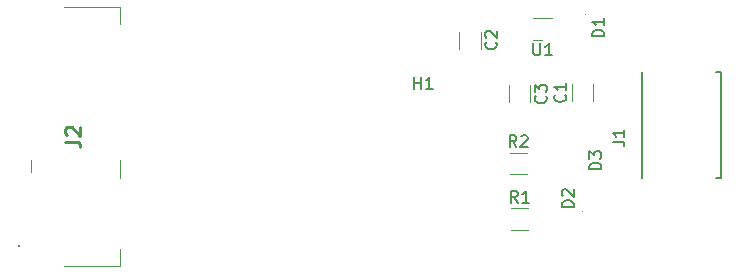
<source format=gbr>
%TF.GenerationSoftware,KiCad,Pcbnew,(5.1.10)-1*%
%TF.CreationDate,2021-11-29T10:36:54-06:00*%
%TF.ProjectId,m2-USBC-Adapter,6d322d55-5342-4432-9d41-646170746572,rev?*%
%TF.SameCoordinates,Original*%
%TF.FileFunction,Legend,Top*%
%TF.FilePolarity,Positive*%
%FSLAX46Y46*%
G04 Gerber Fmt 4.6, Leading zero omitted, Abs format (unit mm)*
G04 Created by KiCad (PCBNEW (5.1.10)-1) date 2021-11-29 10:36:54*
%MOMM*%
%LPD*%
G01*
G04 APERTURE LIST*
%ADD10C,0.120000*%
%ADD11C,0.100000*%
%ADD12C,0.200000*%
%ADD13C,0.150000*%
%ADD14C,0.254000*%
%ADD15R,0.500000X1.260000*%
%ADD16R,2.750000X1.200000*%
%ADD17R,1.550000X0.300000*%
%ADD18O,2.216000X1.108000*%
%ADD19C,0.650000*%
%ADD20C,5.000000*%
G04 APERTURE END LIST*
D10*
%TO.C,U1*%
X124250000Y-87310000D02*
X123450000Y-87310000D01*
X125050000Y-85490000D02*
X123450000Y-85490000D01*
%TO.C,R2*%
X121485436Y-96840000D02*
X122939564Y-96840000D01*
X121485436Y-98660000D02*
X122939564Y-98660000D01*
%TO.C,R1*%
X121585436Y-101540000D02*
X123039564Y-101540000D01*
X121585436Y-103360000D02*
X123039564Y-103360000D01*
D11*
%TO.C,J2*%
X79910000Y-104790000D02*
G75*
G02*
X79911000Y-104690000I500J50000D01*
G01*
X79910000Y-104690000D02*
G75*
G02*
X79911000Y-104790000I500J-50000D01*
G01*
X80935000Y-98490000D02*
X80935000Y-97490000D01*
X88485000Y-98990000D02*
X88485000Y-97490000D01*
X83710000Y-106440000D02*
X88485000Y-106440000D01*
X88485000Y-106440000D02*
X88485000Y-104990000D01*
X83710000Y-84540000D02*
X88485000Y-84540000D01*
X88485000Y-84540000D02*
X88485000Y-85990000D01*
X79911000Y-104790000D02*
X79911000Y-104790000D01*
X79911000Y-104690000D02*
X79911000Y-104690000D01*
D12*
%TO.C,J1*%
X132665000Y-98965000D02*
X132665000Y-90015000D01*
X138975000Y-98965000D02*
X139325000Y-98965000D01*
X139325000Y-98965000D02*
X139325000Y-90015000D01*
X139325000Y-90015000D02*
X138975000Y-90015000D01*
D11*
%TO.C,D3*%
X127650000Y-96445000D02*
G75*
G03*
X127650000Y-96445000I-50000J0D01*
G01*
%TO.C,D2*%
X127650000Y-101825000D02*
G75*
G03*
X127650000Y-101825000I-50000J0D01*
G01*
%TO.C,D1*%
X127900000Y-85175000D02*
G75*
G03*
X127900000Y-85175000I-50000J0D01*
G01*
D10*
%TO.C,C3*%
X123210000Y-91163748D02*
X123210000Y-92586252D01*
X121390000Y-91163748D02*
X121390000Y-92586252D01*
%TO.C,C2*%
X119010000Y-86613748D02*
X119010000Y-88036252D01*
X117190000Y-86613748D02*
X117190000Y-88036252D01*
%TO.C,C1*%
X126740000Y-92486252D02*
X126740000Y-91063748D01*
X128560000Y-92486252D02*
X128560000Y-91063748D01*
%TO.C,U1*%
D13*
X123488095Y-87602380D02*
X123488095Y-88411904D01*
X123535714Y-88507142D01*
X123583333Y-88554761D01*
X123678571Y-88602380D01*
X123869047Y-88602380D01*
X123964285Y-88554761D01*
X124011904Y-88507142D01*
X124059523Y-88411904D01*
X124059523Y-87602380D01*
X125059523Y-88602380D02*
X124488095Y-88602380D01*
X124773809Y-88602380D02*
X124773809Y-87602380D01*
X124678571Y-87745238D01*
X124583333Y-87840476D01*
X124488095Y-87888095D01*
%TO.C,R2*%
X122045833Y-96382380D02*
X121712500Y-95906190D01*
X121474404Y-96382380D02*
X121474404Y-95382380D01*
X121855357Y-95382380D01*
X121950595Y-95430000D01*
X121998214Y-95477619D01*
X122045833Y-95572857D01*
X122045833Y-95715714D01*
X121998214Y-95810952D01*
X121950595Y-95858571D01*
X121855357Y-95906190D01*
X121474404Y-95906190D01*
X122426785Y-95477619D02*
X122474404Y-95430000D01*
X122569642Y-95382380D01*
X122807738Y-95382380D01*
X122902976Y-95430000D01*
X122950595Y-95477619D01*
X122998214Y-95572857D01*
X122998214Y-95668095D01*
X122950595Y-95810952D01*
X122379166Y-96382380D01*
X122998214Y-96382380D01*
%TO.C,R1*%
X122145833Y-101082380D02*
X121812500Y-100606190D01*
X121574404Y-101082380D02*
X121574404Y-100082380D01*
X121955357Y-100082380D01*
X122050595Y-100130000D01*
X122098214Y-100177619D01*
X122145833Y-100272857D01*
X122145833Y-100415714D01*
X122098214Y-100510952D01*
X122050595Y-100558571D01*
X121955357Y-100606190D01*
X121574404Y-100606190D01*
X123098214Y-101082380D02*
X122526785Y-101082380D01*
X122812500Y-101082380D02*
X122812500Y-100082380D01*
X122717261Y-100225238D01*
X122622023Y-100320476D01*
X122526785Y-100368095D01*
%TO.C,J2*%
D14*
X83864523Y-95913333D02*
X84771666Y-95913333D01*
X84953095Y-95973809D01*
X85074047Y-96094761D01*
X85134523Y-96276190D01*
X85134523Y-96397142D01*
X83985476Y-95369047D02*
X83925000Y-95308571D01*
X83864523Y-95187619D01*
X83864523Y-94885238D01*
X83925000Y-94764285D01*
X83985476Y-94703809D01*
X84106428Y-94643333D01*
X84227380Y-94643333D01*
X84408809Y-94703809D01*
X85134523Y-95429523D01*
X85134523Y-94643333D01*
%TO.C,J1*%
D13*
X130186883Y-95920808D02*
X130901276Y-95920808D01*
X131044155Y-95968434D01*
X131139407Y-96063686D01*
X131187033Y-96206565D01*
X131187033Y-96301817D01*
X131187033Y-94920658D02*
X131187033Y-95492172D01*
X131187033Y-95206415D02*
X130186883Y-95206415D01*
X130329762Y-95301667D01*
X130425014Y-95396920D01*
X130472640Y-95492172D01*
%TO.C,H1*%
X113388095Y-91452380D02*
X113388095Y-90452380D01*
X113388095Y-90928571D02*
X113959523Y-90928571D01*
X113959523Y-91452380D02*
X113959523Y-90452380D01*
X114959523Y-91452380D02*
X114388095Y-91452380D01*
X114673809Y-91452380D02*
X114673809Y-90452380D01*
X114578571Y-90595238D01*
X114483333Y-90690476D01*
X114388095Y-90738095D01*
%TO.C,D3*%
X129222380Y-98273095D02*
X128222380Y-98273095D01*
X128222380Y-98035000D01*
X128270000Y-97892142D01*
X128365238Y-97796904D01*
X128460476Y-97749285D01*
X128650952Y-97701666D01*
X128793809Y-97701666D01*
X128984285Y-97749285D01*
X129079523Y-97796904D01*
X129174761Y-97892142D01*
X129222380Y-98035000D01*
X129222380Y-98273095D01*
X128222380Y-97368333D02*
X128222380Y-96749285D01*
X128603333Y-97082619D01*
X128603333Y-96939761D01*
X128650952Y-96844523D01*
X128698571Y-96796904D01*
X128793809Y-96749285D01*
X129031904Y-96749285D01*
X129127142Y-96796904D01*
X129174761Y-96844523D01*
X129222380Y-96939761D01*
X129222380Y-97225476D01*
X129174761Y-97320714D01*
X129127142Y-97368333D01*
%TO.C,D2*%
X126882380Y-101473095D02*
X125882380Y-101473095D01*
X125882380Y-101235000D01*
X125930000Y-101092142D01*
X126025238Y-100996904D01*
X126120476Y-100949285D01*
X126310952Y-100901666D01*
X126453809Y-100901666D01*
X126644285Y-100949285D01*
X126739523Y-100996904D01*
X126834761Y-101092142D01*
X126882380Y-101235000D01*
X126882380Y-101473095D01*
X125977619Y-100520714D02*
X125930000Y-100473095D01*
X125882380Y-100377857D01*
X125882380Y-100139761D01*
X125930000Y-100044523D01*
X125977619Y-99996904D01*
X126072857Y-99949285D01*
X126168095Y-99949285D01*
X126310952Y-99996904D01*
X126882380Y-100568333D01*
X126882380Y-99949285D01*
%TO.C,D1*%
X129472380Y-87003095D02*
X128472380Y-87003095D01*
X128472380Y-86765000D01*
X128520000Y-86622142D01*
X128615238Y-86526904D01*
X128710476Y-86479285D01*
X128900952Y-86431666D01*
X129043809Y-86431666D01*
X129234285Y-86479285D01*
X129329523Y-86526904D01*
X129424761Y-86622142D01*
X129472380Y-86765000D01*
X129472380Y-87003095D01*
X129472380Y-85479285D02*
X129472380Y-86050714D01*
X129472380Y-85765000D02*
X128472380Y-85765000D01*
X128615238Y-85860238D01*
X128710476Y-85955476D01*
X128758095Y-86050714D01*
%TO.C,C3*%
X124507142Y-92041666D02*
X124554761Y-92089285D01*
X124602380Y-92232142D01*
X124602380Y-92327380D01*
X124554761Y-92470238D01*
X124459523Y-92565476D01*
X124364285Y-92613095D01*
X124173809Y-92660714D01*
X124030952Y-92660714D01*
X123840476Y-92613095D01*
X123745238Y-92565476D01*
X123650000Y-92470238D01*
X123602380Y-92327380D01*
X123602380Y-92232142D01*
X123650000Y-92089285D01*
X123697619Y-92041666D01*
X123602380Y-91708333D02*
X123602380Y-91089285D01*
X123983333Y-91422619D01*
X123983333Y-91279761D01*
X124030952Y-91184523D01*
X124078571Y-91136904D01*
X124173809Y-91089285D01*
X124411904Y-91089285D01*
X124507142Y-91136904D01*
X124554761Y-91184523D01*
X124602380Y-91279761D01*
X124602380Y-91565476D01*
X124554761Y-91660714D01*
X124507142Y-91708333D01*
%TO.C,C2*%
X120307142Y-87491666D02*
X120354761Y-87539285D01*
X120402380Y-87682142D01*
X120402380Y-87777380D01*
X120354761Y-87920238D01*
X120259523Y-88015476D01*
X120164285Y-88063095D01*
X119973809Y-88110714D01*
X119830952Y-88110714D01*
X119640476Y-88063095D01*
X119545238Y-88015476D01*
X119450000Y-87920238D01*
X119402380Y-87777380D01*
X119402380Y-87682142D01*
X119450000Y-87539285D01*
X119497619Y-87491666D01*
X119497619Y-87110714D02*
X119450000Y-87063095D01*
X119402380Y-86967857D01*
X119402380Y-86729761D01*
X119450000Y-86634523D01*
X119497619Y-86586904D01*
X119592857Y-86539285D01*
X119688095Y-86539285D01*
X119830952Y-86586904D01*
X120402380Y-87158333D01*
X120402380Y-86539285D01*
%TO.C,C1*%
X126157142Y-91941666D02*
X126204761Y-91989285D01*
X126252380Y-92132142D01*
X126252380Y-92227380D01*
X126204761Y-92370238D01*
X126109523Y-92465476D01*
X126014285Y-92513095D01*
X125823809Y-92560714D01*
X125680952Y-92560714D01*
X125490476Y-92513095D01*
X125395238Y-92465476D01*
X125300000Y-92370238D01*
X125252380Y-92227380D01*
X125252380Y-92132142D01*
X125300000Y-91989285D01*
X125347619Y-91941666D01*
X126252380Y-90989285D02*
X126252380Y-91560714D01*
X126252380Y-91275000D02*
X125252380Y-91275000D01*
X125395238Y-91370238D01*
X125490476Y-91465476D01*
X125538095Y-91560714D01*
%TD*%
%LPC*%
D15*
%TO.C,U1*%
X124250000Y-86400000D03*
G36*
G01*
X123800000Y-86837500D02*
X123800000Y-86962500D01*
G75*
G02*
X123737500Y-87025000I-62500J0D01*
G01*
X123162500Y-87025000D01*
G75*
G02*
X123100000Y-86962500I0J62500D01*
G01*
X123100000Y-86837500D01*
G75*
G02*
X123162500Y-86775000I62500J0D01*
G01*
X123737500Y-86775000D01*
G75*
G02*
X123800000Y-86837500I0J-62500D01*
G01*
G37*
G36*
G01*
X123800000Y-86337500D02*
X123800000Y-86462500D01*
G75*
G02*
X123737500Y-86525000I-62500J0D01*
G01*
X123162500Y-86525000D01*
G75*
G02*
X123100000Y-86462500I0J62500D01*
G01*
X123100000Y-86337500D01*
G75*
G02*
X123162500Y-86275000I62500J0D01*
G01*
X123737500Y-86275000D01*
G75*
G02*
X123800000Y-86337500I0J-62500D01*
G01*
G37*
G36*
G01*
X123800000Y-85837500D02*
X123800000Y-85962500D01*
G75*
G02*
X123737500Y-86025000I-62500J0D01*
G01*
X123162500Y-86025000D01*
G75*
G02*
X123100000Y-85962500I0J62500D01*
G01*
X123100000Y-85837500D01*
G75*
G02*
X123162500Y-85775000I62500J0D01*
G01*
X123737500Y-85775000D01*
G75*
G02*
X123800000Y-85837500I0J-62500D01*
G01*
G37*
G36*
G01*
X125400000Y-85837500D02*
X125400000Y-85962500D01*
G75*
G02*
X125337500Y-86025000I-62500J0D01*
G01*
X124762500Y-86025000D01*
G75*
G02*
X124700000Y-85962500I0J62500D01*
G01*
X124700000Y-85837500D01*
G75*
G02*
X124762500Y-85775000I62500J0D01*
G01*
X125337500Y-85775000D01*
G75*
G02*
X125400000Y-85837500I0J-62500D01*
G01*
G37*
G36*
G01*
X125400000Y-86337500D02*
X125400000Y-86462500D01*
G75*
G02*
X125337500Y-86525000I-62500J0D01*
G01*
X124762500Y-86525000D01*
G75*
G02*
X124700000Y-86462500I0J62500D01*
G01*
X124700000Y-86337500D01*
G75*
G02*
X124762500Y-86275000I62500J0D01*
G01*
X125337500Y-86275000D01*
G75*
G02*
X125400000Y-86337500I0J-62500D01*
G01*
G37*
G36*
G01*
X125400000Y-86837500D02*
X125400000Y-86962500D01*
G75*
G02*
X125337500Y-87025000I-62500J0D01*
G01*
X124762500Y-87025000D01*
G75*
G02*
X124700000Y-86962500I0J62500D01*
G01*
X124700000Y-86837500D01*
G75*
G02*
X124762500Y-86775000I62500J0D01*
G01*
X125337500Y-86775000D01*
G75*
G02*
X125400000Y-86837500I0J-62500D01*
G01*
G37*
%TD*%
%TO.C,R2*%
G36*
G01*
X123112500Y-98375001D02*
X123112500Y-97124999D01*
G75*
G02*
X123362499Y-96875000I249999J0D01*
G01*
X123987501Y-96875000D01*
G75*
G02*
X124237500Y-97124999I0J-249999D01*
G01*
X124237500Y-98375001D01*
G75*
G02*
X123987501Y-98625000I-249999J0D01*
G01*
X123362499Y-98625000D01*
G75*
G02*
X123112500Y-98375001I0J249999D01*
G01*
G37*
G36*
G01*
X120187500Y-98375001D02*
X120187500Y-97124999D01*
G75*
G02*
X120437499Y-96875000I249999J0D01*
G01*
X121062501Y-96875000D01*
G75*
G02*
X121312500Y-97124999I0J-249999D01*
G01*
X121312500Y-98375001D01*
G75*
G02*
X121062501Y-98625000I-249999J0D01*
G01*
X120437499Y-98625000D01*
G75*
G02*
X120187500Y-98375001I0J249999D01*
G01*
G37*
%TD*%
%TO.C,R1*%
G36*
G01*
X123212500Y-103075001D02*
X123212500Y-101824999D01*
G75*
G02*
X123462499Y-101575000I249999J0D01*
G01*
X124087501Y-101575000D01*
G75*
G02*
X124337500Y-101824999I0J-249999D01*
G01*
X124337500Y-103075001D01*
G75*
G02*
X124087501Y-103325000I-249999J0D01*
G01*
X123462499Y-103325000D01*
G75*
G02*
X123212500Y-103075001I0J249999D01*
G01*
G37*
G36*
G01*
X120287500Y-103075001D02*
X120287500Y-101824999D01*
G75*
G02*
X120537499Y-101575000I249999J0D01*
G01*
X121162501Y-101575000D01*
G75*
G02*
X121412500Y-101824999I0J-249999D01*
G01*
X121412500Y-103075001D01*
G75*
G02*
X121162501Y-103325000I-249999J0D01*
G01*
X120537499Y-103325000D01*
G75*
G02*
X120287500Y-103075001I0J249999D01*
G01*
G37*
%TD*%
D16*
%TO.C,J2*%
X81710000Y-85140000D03*
X81710000Y-105840000D03*
D17*
X80935000Y-86240000D03*
X88485000Y-86490000D03*
X80935000Y-86740000D03*
X88485000Y-86990000D03*
X80935000Y-87240000D03*
X88485000Y-87490000D03*
X80935000Y-87740000D03*
X88485000Y-87990000D03*
X80935000Y-88240000D03*
X88485000Y-88490000D03*
X80935000Y-88740000D03*
X88485000Y-88990000D03*
X80935000Y-89240000D03*
X88485000Y-89490000D03*
X80935000Y-89740000D03*
X88485000Y-89990000D03*
X80935000Y-90240000D03*
X88485000Y-90490000D03*
X80935000Y-90740000D03*
X88485000Y-90990000D03*
X80935000Y-91240000D03*
X88485000Y-91490000D03*
X80935000Y-91740000D03*
X88485000Y-91990000D03*
X80935000Y-92240000D03*
X88485000Y-92490000D03*
X80935000Y-92740000D03*
X88485000Y-92990000D03*
X80935000Y-93240000D03*
X88485000Y-93490000D03*
X80935000Y-93740000D03*
X88485000Y-93990000D03*
X80935000Y-94240000D03*
X88485000Y-94490000D03*
X80935000Y-94740000D03*
X88485000Y-94990000D03*
X80935000Y-95240000D03*
X88485000Y-95490000D03*
X80935000Y-95740000D03*
X88485000Y-95990000D03*
X80935000Y-96240000D03*
X88485000Y-96490000D03*
X80935000Y-96740000D03*
X88485000Y-96990000D03*
X80935000Y-99240000D03*
X88485000Y-99490000D03*
X80935000Y-99740000D03*
X88485000Y-99990000D03*
X80935000Y-100240000D03*
X88485000Y-100490000D03*
X80935000Y-100740000D03*
X88485000Y-100990000D03*
X80935000Y-101240000D03*
X88485000Y-101490000D03*
X80935000Y-101740000D03*
X88485000Y-101990000D03*
X80935000Y-102240000D03*
X88485000Y-102490000D03*
X80935000Y-102740000D03*
X88485000Y-102990000D03*
X80935000Y-103240000D03*
X88485000Y-103490000D03*
X80935000Y-103740000D03*
X88485000Y-103990000D03*
X80935000Y-104240000D03*
X88485000Y-104490000D03*
X80935000Y-104740000D03*
%TD*%
D18*
%TO.C,J1*%
X137585000Y-98815000D03*
X137585000Y-90165000D03*
X134205000Y-90165000D03*
X134205000Y-98815000D03*
D19*
X134575000Y-97465000D03*
X134575000Y-96615000D03*
X134575000Y-95765000D03*
X134575000Y-94915000D03*
X134575000Y-94065000D03*
X134575000Y-93215000D03*
X134575000Y-92365000D03*
X134575000Y-91515000D03*
X133225000Y-91515000D03*
X133225000Y-92365000D03*
X133225000Y-93215000D03*
X133225000Y-94065000D03*
X133225000Y-94915000D03*
X133225000Y-95765000D03*
X133225000Y-96615000D03*
X133225000Y-97465000D03*
%TD*%
D20*
%TO.C,H1*%
X114150000Y-94500000D03*
%TD*%
%TO.C,D3*%
G36*
G01*
X127427500Y-97725000D02*
X127772500Y-97725000D01*
G75*
G02*
X127920000Y-97872500I0J-147500D01*
G01*
X127920000Y-98167500D01*
G75*
G02*
X127772500Y-98315000I-147500J0D01*
G01*
X127427500Y-98315000D01*
G75*
G02*
X127280000Y-98167500I0J147500D01*
G01*
X127280000Y-97872500D01*
G75*
G02*
X127427500Y-97725000I147500J0D01*
G01*
G37*
G36*
G01*
X127427500Y-96755000D02*
X127772500Y-96755000D01*
G75*
G02*
X127920000Y-96902500I0J-147500D01*
G01*
X127920000Y-97197500D01*
G75*
G02*
X127772500Y-97345000I-147500J0D01*
G01*
X127427500Y-97345000D01*
G75*
G02*
X127280000Y-97197500I0J147500D01*
G01*
X127280000Y-96902500D01*
G75*
G02*
X127427500Y-96755000I147500J0D01*
G01*
G37*
%TD*%
%TO.C,D2*%
G36*
G01*
X127772500Y-100545000D02*
X127427500Y-100545000D01*
G75*
G02*
X127280000Y-100397500I0J147500D01*
G01*
X127280000Y-100102500D01*
G75*
G02*
X127427500Y-99955000I147500J0D01*
G01*
X127772500Y-99955000D01*
G75*
G02*
X127920000Y-100102500I0J-147500D01*
G01*
X127920000Y-100397500D01*
G75*
G02*
X127772500Y-100545000I-147500J0D01*
G01*
G37*
G36*
G01*
X127772500Y-101515000D02*
X127427500Y-101515000D01*
G75*
G02*
X127280000Y-101367500I0J147500D01*
G01*
X127280000Y-101072500D01*
G75*
G02*
X127427500Y-100925000I147500J0D01*
G01*
X127772500Y-100925000D01*
G75*
G02*
X127920000Y-101072500I0J-147500D01*
G01*
X127920000Y-101367500D01*
G75*
G02*
X127772500Y-101515000I-147500J0D01*
G01*
G37*
%TD*%
%TO.C,D1*%
G36*
G01*
X127677500Y-86455000D02*
X128022500Y-86455000D01*
G75*
G02*
X128170000Y-86602500I0J-147500D01*
G01*
X128170000Y-86897500D01*
G75*
G02*
X128022500Y-87045000I-147500J0D01*
G01*
X127677500Y-87045000D01*
G75*
G02*
X127530000Y-86897500I0J147500D01*
G01*
X127530000Y-86602500D01*
G75*
G02*
X127677500Y-86455000I147500J0D01*
G01*
G37*
G36*
G01*
X127677500Y-85485000D02*
X128022500Y-85485000D01*
G75*
G02*
X128170000Y-85632500I0J-147500D01*
G01*
X128170000Y-85927500D01*
G75*
G02*
X128022500Y-86075000I-147500J0D01*
G01*
X127677500Y-86075000D01*
G75*
G02*
X127530000Y-85927500I0J147500D01*
G01*
X127530000Y-85632500D01*
G75*
G02*
X127677500Y-85485000I147500J0D01*
G01*
G37*
%TD*%
%TO.C,C3*%
G36*
G01*
X121649999Y-92775000D02*
X122950001Y-92775000D01*
G75*
G02*
X123200000Y-93024999I0J-249999D01*
G01*
X123200000Y-93675001D01*
G75*
G02*
X122950001Y-93925000I-249999J0D01*
G01*
X121649999Y-93925000D01*
G75*
G02*
X121400000Y-93675001I0J249999D01*
G01*
X121400000Y-93024999D01*
G75*
G02*
X121649999Y-92775000I249999J0D01*
G01*
G37*
G36*
G01*
X121649999Y-89825000D02*
X122950001Y-89825000D01*
G75*
G02*
X123200000Y-90074999I0J-249999D01*
G01*
X123200000Y-90725001D01*
G75*
G02*
X122950001Y-90975000I-249999J0D01*
G01*
X121649999Y-90975000D01*
G75*
G02*
X121400000Y-90725001I0J249999D01*
G01*
X121400000Y-90074999D01*
G75*
G02*
X121649999Y-89825000I249999J0D01*
G01*
G37*
%TD*%
%TO.C,C2*%
G36*
G01*
X117449999Y-88225000D02*
X118750001Y-88225000D01*
G75*
G02*
X119000000Y-88474999I0J-249999D01*
G01*
X119000000Y-89125001D01*
G75*
G02*
X118750001Y-89375000I-249999J0D01*
G01*
X117449999Y-89375000D01*
G75*
G02*
X117200000Y-89125001I0J249999D01*
G01*
X117200000Y-88474999D01*
G75*
G02*
X117449999Y-88225000I249999J0D01*
G01*
G37*
G36*
G01*
X117449999Y-85275000D02*
X118750001Y-85275000D01*
G75*
G02*
X119000000Y-85524999I0J-249999D01*
G01*
X119000000Y-86175001D01*
G75*
G02*
X118750001Y-86425000I-249999J0D01*
G01*
X117449999Y-86425000D01*
G75*
G02*
X117200000Y-86175001I0J249999D01*
G01*
X117200000Y-85524999D01*
G75*
G02*
X117449999Y-85275000I249999J0D01*
G01*
G37*
%TD*%
%TO.C,C1*%
G36*
G01*
X128300001Y-90875000D02*
X126999999Y-90875000D01*
G75*
G02*
X126750000Y-90625001I0J249999D01*
G01*
X126750000Y-89974999D01*
G75*
G02*
X126999999Y-89725000I249999J0D01*
G01*
X128300001Y-89725000D01*
G75*
G02*
X128550000Y-89974999I0J-249999D01*
G01*
X128550000Y-90625001D01*
G75*
G02*
X128300001Y-90875000I-249999J0D01*
G01*
G37*
G36*
G01*
X128300001Y-93825000D02*
X126999999Y-93825000D01*
G75*
G02*
X126750000Y-93575001I0J249999D01*
G01*
X126750000Y-92924999D01*
G75*
G02*
X126999999Y-92675000I249999J0D01*
G01*
X128300001Y-92675000D01*
G75*
G02*
X128550000Y-92924999I0J-249999D01*
G01*
X128550000Y-93575001D01*
G75*
G02*
X128300001Y-93825000I-249999J0D01*
G01*
G37*
%TD*%
M02*

</source>
